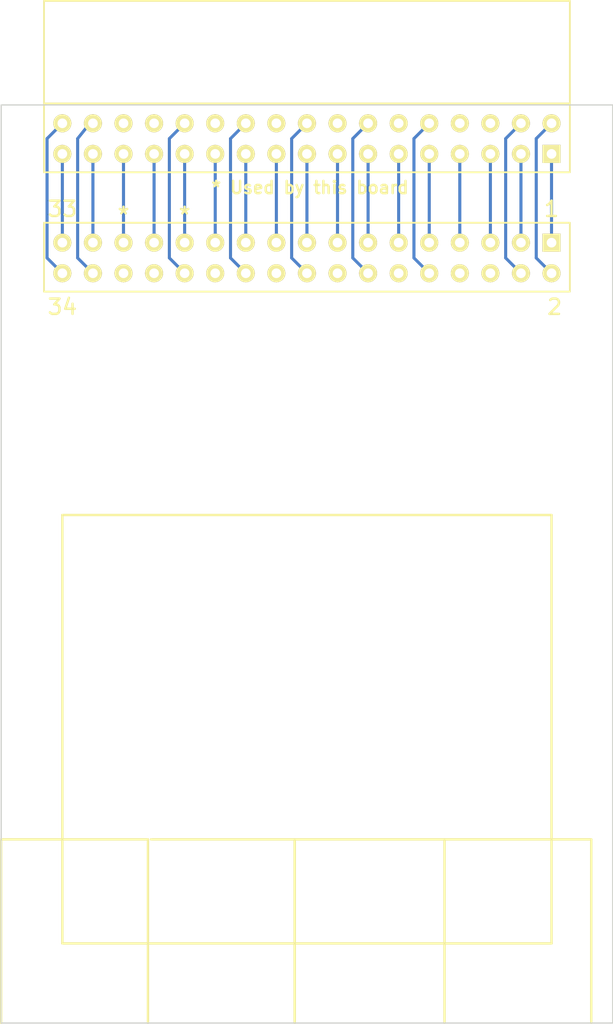
<source format=kicad_pcb>
(kicad_pcb (version 3) (host pcbnew "(2013-07-07 BZR 4022)-stable")

  (general
    (links 41)
    (no_connects 15)
    (area 141.681999 90.094999 192.582001 175.310001)
    (thickness 1.6)
    (drawings 25)
    (tracks 45)
    (zones 0)
    (modules 2)
    (nets 28)
  )

  (page A3)
  (layers
    (15 F.Cu signal)
    (0 B.Cu signal)
    (16 B.Adhes user)
    (17 F.Adhes user)
    (18 B.Paste user)
    (19 F.Paste user)
    (20 B.SilkS user)
    (21 F.SilkS user)
    (22 B.Mask user)
    (23 F.Mask user)
    (24 Dwgs.User user)
    (25 Cmts.User user)
    (26 Eco1.User user)
    (27 Eco2.User user)
    (28 Edge.Cuts user)
  )

  (setup
    (last_trace_width 0.254)
    (trace_clearance 0.254)
    (zone_clearance 0.508)
    (zone_45_only no)
    (trace_min 0.254)
    (segment_width 0.2)
    (edge_width 0.1)
    (via_size 0.889)
    (via_drill 0.635)
    (via_min_size 0.889)
    (via_min_drill 0.508)
    (uvia_size 0.508)
    (uvia_drill 0.127)
    (uvias_allowed no)
    (uvia_min_size 0.508)
    (uvia_min_drill 0.127)
    (pcb_text_width 0.3)
    (pcb_text_size 1.5 1.5)
    (mod_edge_width 0.15)
    (mod_text_size 1 1)
    (mod_text_width 0.15)
    (pad_size 1.5 1.5)
    (pad_drill 0.8)
    (pad_to_mask_clearance 0)
    (aux_axis_origin 0 0)
    (visible_elements 7FFFFFFF)
    (pcbplotparams
      (layerselection 3178497)
      (usegerberextensions true)
      (excludeedgelayer true)
      (linewidth 0.150000)
      (plotframeref false)
      (viasonmask false)
      (mode 1)
      (useauxorigin false)
      (hpglpennumber 1)
      (hpglpenspeed 20)
      (hpglpendiameter 15)
      (hpglpenoverlay 2)
      (psnegative false)
      (psa4output false)
      (plotreference true)
      (plotvalue true)
      (plotothertext true)
      (plotinvisibletext false)
      (padsonsilk false)
      (subtractmaskfromsilk false)
      (outputformat 1)
      (mirror false)
      (drillshape 1)
      (scaleselection 1)
      (outputdirectory ""))
  )

  (net 0 "")
  (net 1 +3.3V)
  (net 2 +5V)
  (net 3 AI0)
  (net 4 AI1)
  (net 5 AI2)
  (net 6 AI3)
  (net 7 AO0)
  (net 8 AO1)
  (net 9 DIO0)
  (net 10 DIO1)
  (net 11 DIO10/PWM2)
  (net 12 DIO11/ENC.A)
  (net 13 DIO12/ENC.B)
  (net 14 DIO13)
  (net 15 DIO14/I2C.SCL)
  (net 16 DIO15/I2C.SDA)
  (net 17 DIO2)
  (net 18 DIO3)
  (net 19 DIO4)
  (net 20 DIO5/SPI.CLK)
  (net 21 DIO6/SPI.MISO)
  (net 22 DIO7/SPI.MOSI)
  (net 23 DIO8/PWM0)
  (net 24 DIO9/PWM1)
  (net 25 GND)
  (net 26 UART.RX)
  (net 27 UART.TX)

  (net_class Default "This is the default net class."
    (clearance 0.254)
    (trace_width 0.254)
    (via_dia 0.889)
    (via_drill 0.635)
    (uvia_dia 0.508)
    (uvia_drill 0.127)
    (add_net "")
    (add_net +3.3V)
    (add_net +5V)
    (add_net AI0)
    (add_net AI1)
    (add_net AI2)
    (add_net AI3)
    (add_net AO0)
    (add_net AO1)
    (add_net DIO0)
    (add_net DIO1)
    (add_net DIO10/PWM2)
    (add_net DIO11/ENC.A)
    (add_net DIO12/ENC.B)
    (add_net DIO13)
    (add_net DIO14/I2C.SCL)
    (add_net DIO15/I2C.SDA)
    (add_net DIO2)
    (add_net DIO3)
    (add_net DIO4)
    (add_net DIO5/SPI.CLK)
    (add_net DIO6/SPI.MISO)
    (add_net DIO7/SPI.MOSI)
    (add_net DIO8/PWM0)
    (add_net DIO9/PWM1)
    (add_net GND)
    (add_net UART.RX)
    (add_net UART.TX)
  )

  (module MXP_Right_Angle (layer F.Cu) (tedit 5318A9F0) (tstamp 5318A70C)
    (at 168.402 101.854)
    (path /5318A04D)
    (fp_text reference MXP1 (at 22.098 0 90) (layer F.SilkS) hide
      (effects (font (size 1 1) (thickness 0.15)))
    )
    (fp_text value NI_MYRIO_MXP (at 0 0) (layer F.SilkS) hide
      (effects (font (size 1 1) (thickness 0.15)))
    )
    (fp_line (start -23.114 -11.43) (end 20.574 -11.43) (layer F.SilkS) (width 0.15))
    (fp_line (start 20.574 -2.921) (end 20.574 -11.43) (layer F.SilkS) (width 0.15))
    (fp_line (start -23.114 -2.921) (end -23.114 -11.43) (layer F.SilkS) (width 0.15))
    (fp_line (start -23.114 -2.921) (end -23.114 2.794) (layer F.SilkS) (width 0.15))
    (fp_line (start -23.114 2.794) (end 20.574 2.794) (layer F.SilkS) (width 0.15))
    (fp_line (start 20.574 2.794) (end 20.574 -2.921) (layer F.SilkS) (width 0.15))
    (fp_line (start 20.574 -2.921) (end -23.114 -2.921) (layer F.SilkS) (width 0.15))
    (pad 1 thru_hole rect (at 19.05 1.27) (size 1.5 1.5) (drill 0.8)
      (layers *.Cu *.Mask F.SilkS)
      (net 2 +5V)
    )
    (pad 2 thru_hole circle (at 19.05 -1.27) (size 1.5 1.5) (drill 0.8)
      (layers *.Cu *.Mask F.SilkS)
      (net 7 AO0)
    )
    (pad 3 thru_hole circle (at 16.51 1.27) (size 1.5 1.5) (drill 0.8)
      (layers *.Cu *.Mask F.SilkS)
      (net 3 AI0)
    )
    (pad 4 thru_hole circle (at 16.51 -1.27) (size 1.5 1.5) (drill 0.8)
      (layers *.Cu *.Mask F.SilkS)
      (net 8 AO1)
    )
    (pad 5 thru_hole circle (at 13.97 1.27) (size 1.5 1.5) (drill 0.8)
      (layers *.Cu *.Mask F.SilkS)
      (net 4 AI1)
    )
    (pad 6 thru_hole circle (at 13.97 -1.27) (size 1.5 1.5) (drill 0.8)
      (layers *.Cu *.Mask F.SilkS)
      (net 25 GND)
    )
    (pad 7 thru_hole circle (at 11.43 1.27) (size 1.5 1.5) (drill 0.8)
      (layers *.Cu *.Mask F.SilkS)
      (net 5 AI2)
    )
    (pad 8 thru_hole circle (at 11.43 -1.27) (size 1.5 1.5) (drill 0.8)
      (layers *.Cu *.Mask F.SilkS)
      (net 25 GND)
    )
    (pad 9 thru_hole circle (at 8.89 1.27) (size 1.5 1.5) (drill 0.8)
      (layers *.Cu *.Mask F.SilkS)
      (net 6 AI3)
    )
    (pad 10 thru_hole circle (at 8.89 -1.27) (size 1.5 1.5) (drill 0.8)
      (layers *.Cu *.Mask F.SilkS)
      (net 26 UART.RX)
    )
    (pad 11 thru_hole circle (at 6.35 1.27) (size 1.5 1.5) (drill 0.8)
      (layers *.Cu *.Mask F.SilkS)
      (net 9 DIO0)
    )
    (pad 12 thru_hole circle (at 6.35 -1.27) (size 1.5 1.5) (drill 0.8)
      (layers *.Cu *.Mask F.SilkS)
      (net 25 GND)
    )
    (pad 13 thru_hole circle (at 3.81 1.27) (size 1.5 1.5) (drill 0.8)
      (layers *.Cu *.Mask F.SilkS)
      (net 10 DIO1)
    )
    (pad 14 thru_hole circle (at 3.81 -1.27) (size 1.5 1.5) (drill 0.8)
      (layers *.Cu *.Mask F.SilkS)
      (net 27 UART.TX)
    )
    (pad 15 thru_hole circle (at 1.27 1.27) (size 1.5 1.5) (drill 0.8)
      (layers *.Cu *.Mask F.SilkS)
      (net 17 DIO2)
    )
    (pad 16 thru_hole circle (at 1.27 -1.27) (size 1.5 1.5) (drill 0.8)
      (layers *.Cu *.Mask F.SilkS)
      (net 25 GND)
    )
    (pad 17 thru_hole circle (at -1.27 1.27) (size 1.5 1.5) (drill 0.8)
      (layers *.Cu *.Mask F.SilkS)
      (net 18 DIO3)
    )
    (pad 18 thru_hole circle (at -1.27 -1.27) (size 1.5 1.5) (drill 0.8)
      (layers *.Cu *.Mask F.SilkS)
      (net 12 DIO11/ENC.A)
    )
    (pad 19 thru_hole circle (at -3.81 1.27) (size 1.5 1.5) (drill 0.8)
      (layers *.Cu *.Mask F.SilkS)
      (net 19 DIO4)
    )
    (pad 20 thru_hole circle (at -3.81 -1.27) (size 1.5 1.5) (drill 0.8)
      (layers *.Cu *.Mask F.SilkS)
      (net 25 GND)
    )
    (pad 21 thru_hole circle (at -6.35 1.27) (size 1.5 1.5) (drill 0.8)
      (layers *.Cu *.Mask F.SilkS)
      (net 20 DIO5/SPI.CLK)
    )
    (pad 22 thru_hole circle (at -6.35 -1.27) (size 1.5 1.5) (drill 0.8)
      (layers *.Cu *.Mask F.SilkS)
      (net 13 DIO12/ENC.B)
    )
    (pad 23 thru_hole circle (at -8.89 1.27) (size 1.5 1.5) (drill 0.8)
      (layers *.Cu *.Mask F.SilkS)
      (net 21 DIO6/SPI.MISO)
    )
    (pad 24 thru_hole circle (at -8.89 -1.27) (size 1.5 1.5) (drill 0.8)
      (layers *.Cu *.Mask F.SilkS)
      (net 25 GND)
    )
    (pad 25 thru_hole circle (at -11.43 1.27) (size 1.5 1.5) (drill 0.8)
      (layers *.Cu *.Mask F.SilkS)
      (net 22 DIO7/SPI.MOSI)
    )
    (pad 26 thru_hole circle (at -11.43 -1.27) (size 1.5 1.5) (drill 0.8)
      (layers *.Cu *.Mask F.SilkS)
      (net 14 DIO13)
    )
    (pad 27 thru_hole circle (at -13.97 1.27) (size 1.5 1.5) (drill 0.8)
      (layers *.Cu *.Mask F.SilkS)
      (net 23 DIO8/PWM0)
    )
    (pad 28 thru_hole circle (at -13.97 -1.27) (size 1.5 1.5) (drill 0.8)
      (layers *.Cu *.Mask F.SilkS)
      (net 25 GND)
    )
    (pad 29 thru_hole circle (at -16.51 1.27) (size 1.5 1.5) (drill 0.8)
      (layers *.Cu *.Mask F.SilkS)
      (net 24 DIO9/PWM1)
    )
    (pad 30 thru_hole circle (at -16.51 -1.27) (size 1.5 1.5) (drill 0.8)
      (layers *.Cu *.Mask F.SilkS)
      (net 25 GND)
    )
    (pad 31 thru_hole circle (at -19.05 1.27) (size 1.5 1.5) (drill 0.8)
      (layers *.Cu *.Mask F.SilkS)
      (net 11 DIO10/PWM2)
    )
    (pad 32 thru_hole circle (at -19.05 -1.27) (size 1.5 1.5) (drill 0.8)
      (layers *.Cu *.Mask F.SilkS)
      (net 15 DIO14/I2C.SCL)
    )
    (pad 33 thru_hole circle (at -21.59 1.27) (size 1.5 1.5) (drill 0.8)
      (layers *.Cu *.Mask F.SilkS)
      (net 1 +3.3V)
    )
    (pad 34 thru_hole circle (at -21.59 -1.27) (size 1.5 1.5) (drill 0.8)
      (layers *.Cu *.Mask F.SilkS)
      (net 16 DIO15/I2C.SDA)
    )
  )

  (module MXP_Vertical (layer F.Cu) (tedit 5318A9F2) (tstamp 5318A6DF)
    (at 168.402 111.76)
    (path /5318A05A)
    (fp_text reference MXP2 (at 22.098 0 90) (layer F.SilkS) hide
      (effects (font (size 1 1) (thickness 0.15)))
    )
    (fp_text value NI_MYRIO_MXP (at 0 0) (layer F.SilkS) hide
      (effects (font (size 1 1) (thickness 0.15)))
    )
    (fp_line (start -23.114 -2.921) (end -23.114 2.794) (layer F.SilkS) (width 0.15))
    (fp_line (start -23.114 2.794) (end 20.574 2.794) (layer F.SilkS) (width 0.15))
    (fp_line (start 20.574 2.794) (end 20.574 -2.921) (layer F.SilkS) (width 0.15))
    (fp_line (start 20.574 -2.921) (end -23.114 -2.921) (layer F.SilkS) (width 0.15))
    (pad 2 thru_hole circle (at 19.05 1.27) (size 1.5 1.5) (drill 0.8)
      (layers *.Cu *.Mask F.SilkS)
      (net 7 AO0)
    )
    (pad 1 thru_hole rect (at 19.05 -1.27) (size 1.5 1.5) (drill 0.8)
      (layers *.Cu *.Mask F.SilkS)
      (net 2 +5V)
    )
    (pad 4 thru_hole circle (at 16.51 1.27) (size 1.5 1.5) (drill 0.8)
      (layers *.Cu *.Mask F.SilkS)
      (net 8 AO1)
    )
    (pad 3 thru_hole circle (at 16.51 -1.27) (size 1.5 1.5) (drill 0.8)
      (layers *.Cu *.Mask F.SilkS)
      (net 3 AI0)
    )
    (pad 6 thru_hole circle (at 13.97 1.27) (size 1.5 1.5) (drill 0.8)
      (layers *.Cu *.Mask F.SilkS)
      (net 25 GND)
    )
    (pad 5 thru_hole circle (at 13.97 -1.27) (size 1.5 1.5) (drill 0.8)
      (layers *.Cu *.Mask F.SilkS)
      (net 4 AI1)
    )
    (pad 8 thru_hole circle (at 11.43 1.27) (size 1.5 1.5) (drill 0.8)
      (layers *.Cu *.Mask F.SilkS)
      (net 25 GND)
    )
    (pad 7 thru_hole circle (at 11.43 -1.27) (size 1.5 1.5) (drill 0.8)
      (layers *.Cu *.Mask F.SilkS)
      (net 5 AI2)
    )
    (pad 10 thru_hole circle (at 8.89 1.27) (size 1.5 1.5) (drill 0.8)
      (layers *.Cu *.Mask F.SilkS)
      (net 26 UART.RX)
    )
    (pad 9 thru_hole circle (at 8.89 -1.27) (size 1.5 1.5) (drill 0.8)
      (layers *.Cu *.Mask F.SilkS)
      (net 6 AI3)
    )
    (pad 12 thru_hole circle (at 6.35 1.27) (size 1.5 1.5) (drill 0.8)
      (layers *.Cu *.Mask F.SilkS)
      (net 25 GND)
    )
    (pad 11 thru_hole circle (at 6.35 -1.27) (size 1.5 1.5) (drill 0.8)
      (layers *.Cu *.Mask F.SilkS)
      (net 9 DIO0)
    )
    (pad 14 thru_hole circle (at 3.81 1.27) (size 1.5 1.5) (drill 0.8)
      (layers *.Cu *.Mask F.SilkS)
      (net 27 UART.TX)
    )
    (pad 13 thru_hole circle (at 3.81 -1.27) (size 1.5 1.5) (drill 0.8)
      (layers *.Cu *.Mask F.SilkS)
      (net 10 DIO1)
    )
    (pad 16 thru_hole circle (at 1.27 1.27) (size 1.5 1.5) (drill 0.8)
      (layers *.Cu *.Mask F.SilkS)
      (net 25 GND)
    )
    (pad 15 thru_hole circle (at 1.27 -1.27) (size 1.5 1.5) (drill 0.8)
      (layers *.Cu *.Mask F.SilkS)
      (net 17 DIO2)
    )
    (pad 18 thru_hole circle (at -1.27 1.27) (size 1.5 1.5) (drill 0.8)
      (layers *.Cu *.Mask F.SilkS)
      (net 12 DIO11/ENC.A)
    )
    (pad 17 thru_hole circle (at -1.27 -1.27) (size 1.5 1.5) (drill 0.8)
      (layers *.Cu *.Mask F.SilkS)
      (net 18 DIO3)
    )
    (pad 20 thru_hole circle (at -3.81 1.27) (size 1.5 1.5) (drill 0.8)
      (layers *.Cu *.Mask F.SilkS)
      (net 25 GND)
    )
    (pad 19 thru_hole circle (at -3.81 -1.27) (size 1.5 1.5) (drill 0.8)
      (layers *.Cu *.Mask F.SilkS)
      (net 19 DIO4)
    )
    (pad 22 thru_hole circle (at -6.35 1.27) (size 1.5 1.5) (drill 0.8)
      (layers *.Cu *.Mask F.SilkS)
      (net 13 DIO12/ENC.B)
    )
    (pad 21 thru_hole circle (at -6.35 -1.27) (size 1.5 1.5) (drill 0.8)
      (layers *.Cu *.Mask F.SilkS)
      (net 20 DIO5/SPI.CLK)
    )
    (pad 24 thru_hole circle (at -8.89 1.27) (size 1.5 1.5) (drill 0.8)
      (layers *.Cu *.Mask F.SilkS)
      (net 25 GND)
    )
    (pad 23 thru_hole circle (at -8.89 -1.27) (size 1.5 1.5) (drill 0.8)
      (layers *.Cu *.Mask F.SilkS)
      (net 21 DIO6/SPI.MISO)
    )
    (pad 26 thru_hole circle (at -11.43 1.27) (size 1.5 1.5) (drill 0.8)
      (layers *.Cu *.Mask F.SilkS)
      (net 14 DIO13)
    )
    (pad 25 thru_hole circle (at -11.43 -1.27) (size 1.5 1.5) (drill 0.8)
      (layers *.Cu *.Mask F.SilkS)
      (net 22 DIO7/SPI.MOSI)
    )
    (pad 28 thru_hole circle (at -13.97 1.27) (size 1.5 1.5) (drill 0.8)
      (layers *.Cu *.Mask F.SilkS)
      (net 25 GND)
    )
    (pad 27 thru_hole circle (at -13.97 -1.27) (size 1.5 1.5) (drill 0.8)
      (layers *.Cu *.Mask F.SilkS)
      (net 23 DIO8/PWM0)
    )
    (pad 30 thru_hole circle (at -16.51 1.27) (size 1.5 1.5) (drill 0.8)
      (layers *.Cu *.Mask F.SilkS)
      (net 25 GND)
    )
    (pad 29 thru_hole circle (at -16.51 -1.27) (size 1.5 1.5) (drill 0.8)
      (layers *.Cu *.Mask F.SilkS)
      (net 24 DIO9/PWM1)
    )
    (pad 32 thru_hole circle (at -19.05 1.27) (size 1.5 1.5) (drill 0.8)
      (layers *.Cu *.Mask F.SilkS)
      (net 15 DIO14/I2C.SCL)
    )
    (pad 31 thru_hole circle (at -19.05 -1.27) (size 1.5 1.5) (drill 0.8)
      (layers *.Cu *.Mask F.SilkS)
      (net 11 DIO10/PWM2)
    )
    (pad 34 thru_hole circle (at -21.59 1.27) (size 1.5 1.5) (drill 0.8)
      (layers *.Cu *.Mask F.SilkS)
      (net 16 DIO15/I2C.SDA)
    )
    (pad 33 thru_hole circle (at -21.59 -1.27) (size 1.5 1.5) (drill 0.8)
      (layers *.Cu *.Mask F.SilkS)
      (net 1 +3.3V)
    )
  )

  (gr_line (start 190.754 160.02) (end 190.754 175.26) (angle 90) (layer F.SilkS) (width 0.2))
  (gr_line (start 178.562 160.02) (end 190.754 160.02) (angle 90) (layer F.SilkS) (width 0.2))
  (gr_line (start 178.562 160.02) (end 178.562 175.26) (angle 90) (layer F.SilkS) (width 0.2))
  (gr_line (start 166.116 160.02) (end 178.562 160.02) (angle 90) (layer F.SilkS) (width 0.2))
  (gr_line (start 166.116 175.26) (end 166.116 160.02) (angle 90) (layer F.SilkS) (width 0.2))
  (gr_line (start 166.116 160.02) (end 166.116 175.26) (angle 90) (layer F.SilkS) (width 0.2))
  (gr_line (start 154.178 160.02) (end 166.116 160.02) (angle 90) (layer F.SilkS) (width 0.2))
  (gr_line (start 153.924 160.02) (end 153.924 175.26) (angle 90) (layer F.SilkS) (width 0.2))
  (gr_line (start 141.732 160.02) (end 153.924 160.02) (angle 90) (layer F.SilkS) (width 0.2))
  (gr_line (start 141.732 175.26) (end 141.732 160.02) (angle 90) (layer F.SilkS) (width 0.2))
  (gr_line (start 146.812 168.656) (end 146.812 133.096) (angle 90) (layer F.SilkS) (width 0.2))
  (gr_line (start 187.452 168.656) (end 146.812 168.656) (angle 90) (layer F.SilkS) (width 0.2))
  (gr_line (start 187.452 133.096) (end 187.452 168.656) (angle 90) (layer F.SilkS) (width 0.2))
  (gr_line (start 146.812 133.096) (end 187.452 133.096) (angle 90) (layer F.SilkS) (width 0.2))
  (gr_text * (at 151.892 108.204) (layer F.SilkS)
    (effects (font (size 1.27 1.27) (thickness 0.2032)))
  )
  (gr_text * (at 156.972 108.204) (layer F.SilkS)
    (effects (font (size 1.27 1.27) (thickness 0.2032)))
  )
  (gr_text "* Used by this board" (at 167.386 105.918) (layer F.SilkS)
    (effects (font (size 1.016 1.016) (thickness 0.2032)))
  )
  (gr_text 2 (at 187.706 115.824) (layer F.SilkS)
    (effects (font (size 1.27 1.27) (thickness 0.2032)))
  )
  (gr_text 34 (at 146.812 115.824) (layer F.SilkS)
    (effects (font (size 1.27 1.27) (thickness 0.2032)))
  )
  (gr_text 33 (at 146.812 107.696) (layer F.SilkS)
    (effects (font (size 1.27 1.27) (thickness 0.2032)))
  )
  (gr_text 1 (at 187.452 107.696) (layer F.SilkS)
    (effects (font (size 1.27 1.27) (thickness 0.2032)))
  )
  (gr_line (start 141.732 175.26) (end 141.732 99.06) (angle 90) (layer Edge.Cuts) (width 0.1))
  (gr_line (start 192.532 175.26) (end 141.732 175.26) (angle 90) (layer Edge.Cuts) (width 0.1))
  (gr_line (start 192.532 99.06) (end 192.532 175.26) (angle 90) (layer Edge.Cuts) (width 0.1))
  (gr_line (start 141.732 99.06) (end 192.532 99.06) (angle 90) (layer Edge.Cuts) (width 0.1))

  (segment (start 146.812 110.49) (end 146.812 103.124) (width 0.254) (layer B.Cu) (net 1))
  (segment (start 187.452 110.49) (end 187.452 103.124) (width 0.254) (layer B.Cu) (net 2))
  (segment (start 184.912 110.49) (end 184.912 103.124) (width 0.254) (layer B.Cu) (net 3))
  (segment (start 182.372 110.49) (end 182.372 103.124) (width 0.254) (layer B.Cu) (net 4))
  (segment (start 179.832 110.49) (end 179.832 103.124) (width 0.254) (layer B.Cu) (net 5))
  (segment (start 177.292 110.49) (end 177.292 103.124) (width 0.254) (layer B.Cu) (net 6))
  (segment (start 187.452 100.584) (end 186.182 101.854) (width 0.254) (layer B.Cu) (net 7))
  (segment (start 186.182 111.76) (end 187.452 113.03) (width 0.254) (layer B.Cu) (net 7) (tstamp 5318B15E))
  (segment (start 186.182 101.854) (end 186.182 111.76) (width 0.254) (layer B.Cu) (net 7) (tstamp 5318B15B))
  (segment (start 184.912 100.584) (end 183.642 101.854) (width 0.254) (layer B.Cu) (net 8))
  (segment (start 183.642 111.76) (end 184.912 113.03) (width 0.254) (layer B.Cu) (net 8) (tstamp 5318B155))
  (segment (start 183.642 101.854) (end 183.642 111.76) (width 0.254) (layer B.Cu) (net 8) (tstamp 5318B154))
  (segment (start 174.752 110.49) (end 174.752 103.124) (width 0.254) (layer B.Cu) (net 9))
  (segment (start 172.212 110.49) (end 172.212 103.124) (width 0.254) (layer B.Cu) (net 10))
  (segment (start 149.352 110.49) (end 149.352 103.124) (width 0.254) (layer B.Cu) (net 11))
  (segment (start 167.132 113.03) (end 165.862 111.76) (width 0.254) (layer B.Cu) (net 12))
  (segment (start 165.862 101.854) (end 167.132 100.584) (width 0.254) (layer B.Cu) (net 12) (tstamp 5318B13D))
  (segment (start 165.862 111.76) (end 165.862 101.854) (width 0.254) (layer B.Cu) (net 12) (tstamp 5318B13C))
  (segment (start 162.052 100.584) (end 160.782 101.854) (width 0.254) (layer B.Cu) (net 13))
  (segment (start 160.782 111.76) (end 162.052 113.03) (width 0.254) (layer B.Cu) (net 13) (tstamp 5318B136))
  (segment (start 160.782 101.854) (end 160.782 111.76) (width 0.254) (layer B.Cu) (net 13) (tstamp 5318B134))
  (segment (start 156.972 113.03) (end 155.702 111.76) (width 0.254) (layer B.Cu) (net 14))
  (segment (start 155.702 101.854) (end 156.972 100.584) (width 0.254) (layer B.Cu) (net 14) (tstamp 5318B11E))
  (segment (start 155.702 111.76) (end 155.702 101.854) (width 0.254) (layer B.Cu) (net 14) (tstamp 5318B11D))
  (segment (start 149.352 100.584) (end 149.098 100.584) (width 0.254) (layer B.Cu) (net 15))
  (segment (start 148.082 111.76) (end 149.352 113.03) (width 0.254) (layer B.Cu) (net 15) (tstamp 5318B0EB))
  (segment (start 148.082 101.854) (end 148.082 111.76) (width 0.254) (layer B.Cu) (net 15) (tstamp 5318B0E7))
  (segment (start 149.098 100.584) (end 148.082 101.854) (width 0.254) (layer B.Cu) (net 15) (tstamp 5318B0E4))
  (segment (start 146.812 113.03) (end 145.542 111.76) (width 0.254) (layer B.Cu) (net 16))
  (segment (start 145.542 101.854) (end 146.812 100.584) (width 0.254) (layer B.Cu) (net 16) (tstamp 5318B104))
  (segment (start 145.542 111.76) (end 145.542 101.854) (width 0.254) (layer B.Cu) (net 16) (tstamp 5318B102))
  (segment (start 169.672 110.49) (end 169.672 103.124) (width 0.254) (layer B.Cu) (net 17))
  (segment (start 167.132 110.49) (end 167.132 103.124) (width 0.254) (layer B.Cu) (net 18))
  (segment (start 164.592 110.49) (end 164.592 103.124) (width 0.254) (layer B.Cu) (net 19))
  (segment (start 162.052 110.49) (end 162.052 103.124) (width 0.254) (layer B.Cu) (net 20))
  (segment (start 159.512 110.49) (end 159.512 103.124) (width 0.254) (layer B.Cu) (net 21))
  (segment (start 156.972 110.49) (end 156.972 103.124) (width 0.254) (layer B.Cu) (net 22))
  (segment (start 154.432 110.49) (end 154.432 103.124) (width 0.254) (layer B.Cu) (net 23))
  (segment (start 151.892 110.49) (end 151.892 103.124) (width 0.254) (layer B.Cu) (net 24))
  (segment (start 177.292 113.03) (end 176.022 111.76) (width 0.254) (layer B.Cu) (net 26))
  (segment (start 176.022 101.854) (end 177.292 100.584) (width 0.254) (layer B.Cu) (net 26) (tstamp 5318B14F))
  (segment (start 176.022 111.76) (end 176.022 101.854) (width 0.254) (layer B.Cu) (net 26) (tstamp 5318B14D))
  (segment (start 172.212 100.584) (end 170.942 101.854) (width 0.254) (layer B.Cu) (net 27))
  (segment (start 170.942 111.76) (end 172.212 113.03) (width 0.254) (layer B.Cu) (net 27) (tstamp 5318B146))
  (segment (start 170.942 101.854) (end 170.942 111.76) (width 0.254) (layer B.Cu) (net 27) (tstamp 5318B143))

)

</source>
